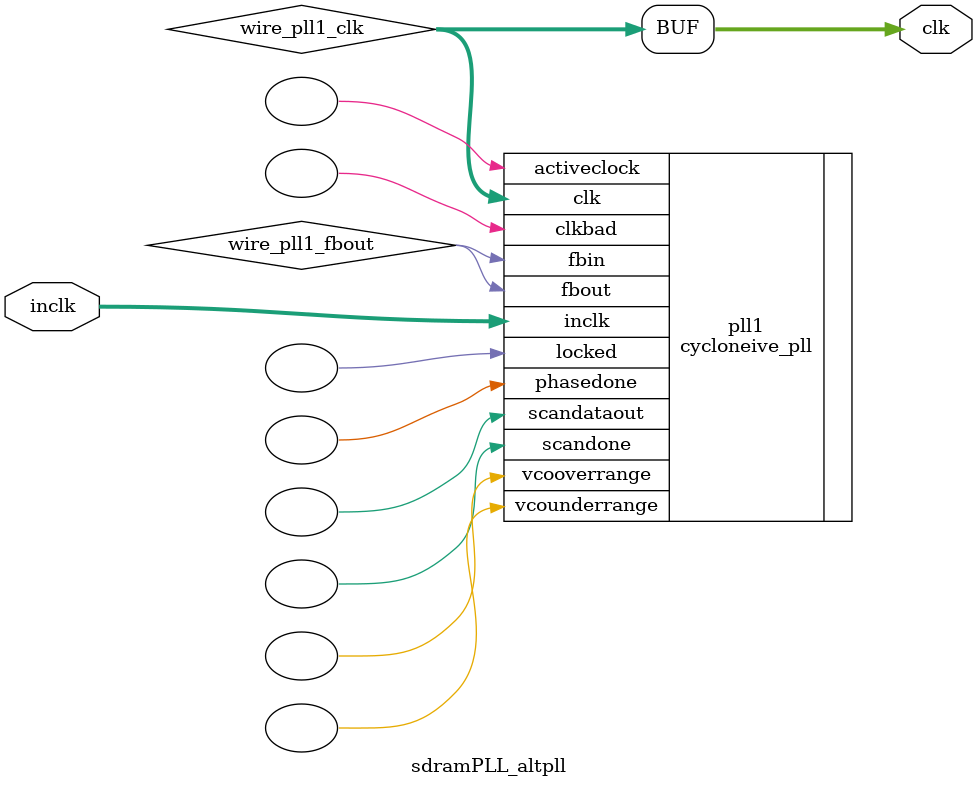
<source format=v>






//synthesis_resources = cycloneive_pll 1 
//synopsys translate_off
`timescale 1 ps / 1 ps
//synopsys translate_on
module  sdramPLL_altpll
	( 
	clk,
	inclk) /* synthesis synthesis_clearbox=1 */;
	output   [4:0]  clk;
	input   [1:0]  inclk;
`ifndef ALTERA_RESERVED_QIS
// synopsys translate_off
`endif
	tri0   [1:0]  inclk;
`ifndef ALTERA_RESERVED_QIS
// synopsys translate_on
`endif

	wire  [4:0]   wire_pll1_clk;
	wire  wire_pll1_fbout;

	cycloneive_pll   pll1
	( 
	.activeclock(),
	.clk(wire_pll1_clk),
	.clkbad(),
	.fbin(wire_pll1_fbout),
	.fbout(wire_pll1_fbout),
	.inclk(inclk),
	.locked(),
	.phasedone(),
	.scandataout(),
	.scandone(),
	.vcooverrange(),
	.vcounderrange()
	`ifndef FORMAL_VERIFICATION
	// synopsys translate_off
	`endif
	,
	.areset(1'b0),
	.clkswitch(1'b0),
	.configupdate(1'b0),
	.pfdena(1'b1),
	.phasecounterselect({3{1'b0}}),
	.phasestep(1'b0),
	.phaseupdown(1'b0),
	.scanclk(1'b0),
	.scanclkena(1'b1),
	.scandata(1'b0)
	`ifndef FORMAL_VERIFICATION
	// synopsys translate_on
	`endif
	);
	defparam
		pll1.bandwidth_type = "auto",
		pll1.clk0_divide_by = 1,
		pll1.clk0_duty_cycle = 50,
		pll1.clk0_multiply_by = 1,
		pll1.clk0_phase_shift = "0",
		pll1.clk1_divide_by = 1,
		pll1.clk1_duty_cycle = 50,
		pll1.clk1_multiply_by = 1,
		pll1.clk1_phase_shift = "-3000",
		pll1.compensate_clock = "clk0",
		pll1.inclk0_input_frequency = 20000,
		pll1.operation_mode = "normal",
		pll1.pll_type = "auto",
		pll1.lpm_type = "cycloneive_pll";
	assign
		clk = {wire_pll1_clk[4:0]};
endmodule //sdramPLL_altpll
//VALID FILE

</source>
